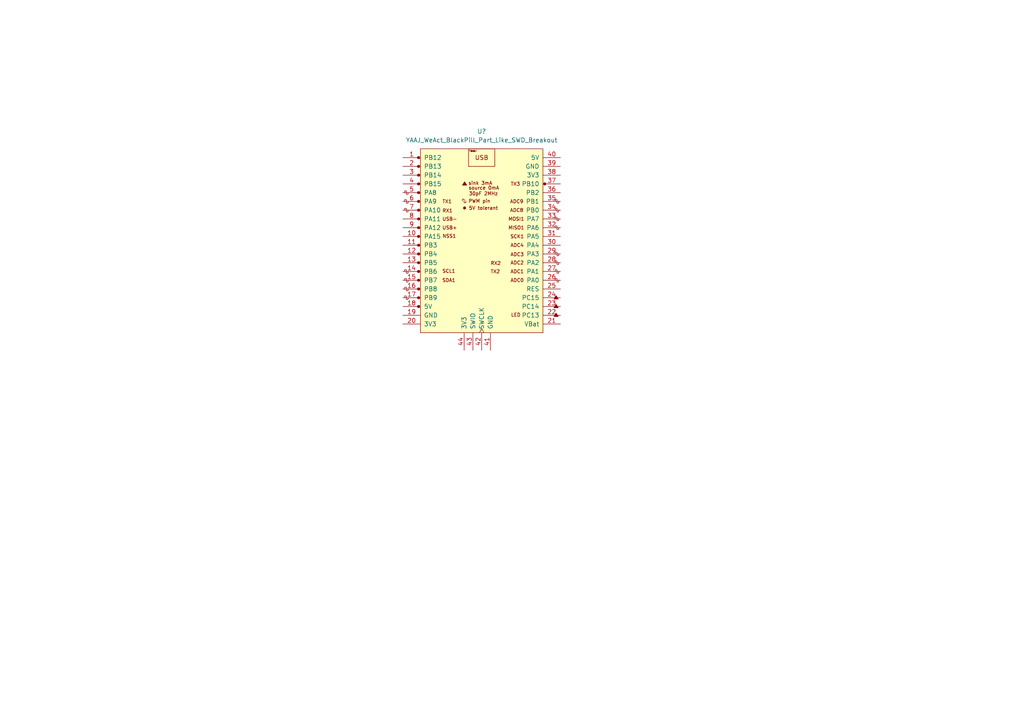
<source format=kicad_sch>
(kicad_sch (version 20211123) (generator eeschema)
  (paper "A4")
  (lib_symbols
    (symbol "YAAJ_WeAct_BlackPill_Part_Like_SWD_Breakout:YAAJ_WeAct_BlackPill_Part_Like_SWD_Breakout" (pin_names (offset 1.016))
      (property "Reference" "U" (at -17.526 27.94 0))
      (property "Value" "YAAJ_WeAct_BlackPill_Part_Like_SWD_Breakout" (at 9.144 27.94 0))
      (symbol "YAAJ_WeAct_BlackPill_Part_Like_SWD_Breakout_0_0"
        (circle (center -18.288 -20.32) (radius 0.3556) (fill (type outline)))
        (circle (center -18.288 -17.78) (radius 0.3556) (fill (type outline)))
        (circle (center -18.288 -15.24) (radius 0.3556) (fill (type outline)))
        (circle (center -18.288 -12.7) (radius 0.3556) (fill (type outline)))
        (circle (center -18.288 -10.16) (radius 0.3556) (fill (type outline)))
        (circle (center -18.288 -7.62) (radius 0.3556) (fill (type outline)))
        (circle (center -18.288 -5.08) (radius 0.3556) (fill (type outline)))
        (circle (center -18.288 -2.54) (radius 0.3556) (fill (type outline)))
        (circle (center -18.288 0) (radius 0.3556) (fill (type outline)))
        (circle (center -18.288 2.54) (radius 0.3556) (fill (type outline)))
        (circle (center -18.288 5.08) (radius 0.3556) (fill (type outline)))
        (circle (center -18.288 7.62) (radius 0.3556) (fill (type outline)))
        (circle (center -18.288 10.16) (radius 0.3556) (fill (type outline)))
        (circle (center -18.288 12.7) (radius 0.3556) (fill (type outline)))
        (circle (center -18.288 15.24) (radius 0.3556) (fill (type outline)))
        (circle (center -18.288 17.78) (radius 0.3556) (fill (type outline)))
        (circle (center -18.288 22.86) (radius 0.3556) (fill (type outline)))
        (circle (center -4.953 8.255) (radius 0.127) (fill (type outline)))
        (circle (center -4.953 8.255) (radius 0.254))
        (circle (center -4.953 8.255) (radius 0.3556))
        (polyline (pts (xy -5.588 14.859) (xy -4.953 15.875) (xy -4.318 14.859) (xy -5.588 14.859) (xy -4.953 15.748) (xy -4.445 14.859) (xy -5.461 14.986) (xy -4.953 15.621) (xy -4.572 14.859) (xy -5.334 15.113) (xy -4.826 15.494) (xy -4.699 14.859) (xy -5.207 15.24) (xy -4.699 15.367) (xy -4.826 14.986) (xy -5.08 15.24) (xy -4.826 15.113) (xy -4.953 15.367)))
        (polyline (pts (xy 20.955 -23.241) (xy 21.59 -22.225) (xy 22.225 -23.241) (xy 20.955 -23.241) (xy 21.59 -22.352) (xy 22.098 -23.241) (xy 21.082 -23.114) (xy 21.59 -22.479) (xy 21.971 -23.241) (xy 21.209 -22.987) (xy 21.717 -22.606) (xy 21.844 -23.241) (xy 21.336 -22.86) (xy 21.844 -22.733) (xy 21.717 -23.114) (xy 21.463 -22.86) (xy 21.717 -22.987) (xy 21.59 -22.733)))
        (polyline (pts (xy 20.955 -20.701) (xy 21.59 -19.685) (xy 22.225 -20.701) (xy 20.955 -20.701) (xy 21.59 -19.812) (xy 22.098 -20.701) (xy 21.082 -20.574) (xy 21.59 -19.939) (xy 21.971 -20.701) (xy 21.209 -20.447) (xy 21.717 -20.066) (xy 21.844 -20.701) (xy 21.336 -20.32) (xy 21.844 -20.193) (xy 21.717 -20.574) (xy 21.463 -20.32) (xy 21.717 -20.447) (xy 21.59 -20.193)))
        (polyline (pts (xy 20.955 -18.161) (xy 21.59 -17.145) (xy 22.225 -18.161) (xy 20.955 -18.161) (xy 21.59 -17.272) (xy 22.098 -18.161) (xy 21.082 -18.034) (xy 21.59 -17.399) (xy 21.971 -18.161) (xy 21.209 -17.907) (xy 21.717 -17.526) (xy 21.844 -18.161) (xy 21.336 -17.78) (xy 21.844 -17.653) (xy 21.717 -18.034) (xy 21.463 -17.78) (xy 21.717 -17.907) (xy 21.59 -17.653)))
        (circle (center 18.288 15.24) (radius 0.254) (fill (type outline)))
        (circle (center 18.288 15.24) (radius 0.3556))
        (text "30pF 2MHz" (at 0.508 12.446 0) (effects (font (size 0.9906 0.9906))))
        (text "5V tolerant" (at 0.508 8.255 0) (effects (font (size 0.9906 0.9906))))
        (text "ADC0" (at 10.287 -12.7 0) (effects (font (size 0.9906 0.9906))))
        (text "ADC1" (at 10.287 -10.16 0) (effects (font (size 0.9906 0.9906))))
        (text "ADC2" (at 10.287 -7.62 0) (effects (font (size 0.9906 0.9906))))
        (text "ADC3" (at 10.287 -5.207 0) (effects (font (size 0.9906 0.9906))))
        (text "ADC4" (at 10.287 -2.54 0) (effects (font (size 0.9906 0.9906))))
        (text "ADC8" (at 10.16 7.62 0) (effects (font (size 0.9906 0.9906))))
        (text "ADC9" (at 10.16 10.16 0) (effects (font (size 0.9906 0.9906))))
        (text "LED" (at 9.906 -22.733 0) (effects (font (size 0.9906 0.9906))))
        (text "MISO1" (at 10.033 2.54 0) (effects (font (size 0.9906 0.9906))))
        (text "MOSI1" (at 10.033 5.08 0) (effects (font (size 0.9906 0.9906))))
        (text "NSS1" (at -9.398 0.127 0) (effects (font (size 0.9906 0.9906))))
        (text "PWM pin" (at -0.635 10.287 0) (effects (font (size 0.9906 0.9906))))
        (text "RX1" (at -9.906 7.493 0) (effects (font (size 0.9906 0.9906))))
        (text "RX2" (at 4.064 -7.747 0) (effects (font (size 0.9906 0.9906))))
        (text "SCK1" (at 10.287 0 0) (effects (font (size 0.9906 0.9906))))
        (text "SCL1" (at -9.525 -10.033 0) (effects (font (size 0.9906 0.9906))))
        (text "SDA1" (at -9.525 -12.7 0) (effects (font (size 0.9906 0.9906))))
        (text "sink 3mA" (at -0.381 15.494 0) (effects (font (size 0.9906 0.9906))))
        (text "source 0mA" (at 0.635 14.097 0) (effects (font (size 0.9906 0.9906))))
        (text "TX1" (at -10.033 10.16 0) (effects (font (size 0.9906 0.9906))))
        (text "TX2" (at 3.937 -10.16 0) (effects (font (size 0.9906 0.9906))))
        (text "TX3" (at 9.779 15.24 0) (effects (font (size 0.9906 0.9906))))
        (text "USB" (at 0 22.86 0) (effects (font (size 1.27 1.27))))
        (text "USB+" (at -9.271 2.54 0) (effects (font (size 0.9906 0.9906))))
        (text "USB-" (at -9.271 5.08 0) (effects (font (size 0.9906 0.9906))))
        (text "Y@@J" (at -2.5654 24.8412 0) (effects (font (size 0.508 0.508))))
      )
      (symbol "YAAJ_WeAct_BlackPill_Part_Like_SWD_Breakout_0_1"
        (rectangle (start -17.78 25.4) (end 17.78 -27.94) (fill (type background)))
        (polyline (pts (xy -21.336 -17.78) (xy -21.336 -18.288) (xy -21.844 -18.288) (xy -21.844 -17.272) (xy -22.352 -17.272) (xy -22.352 -17.78)))
        (polyline (pts (xy -21.336 -15.24) (xy -21.336 -15.748) (xy -21.844 -15.748) (xy -21.844 -14.732) (xy -22.352 -14.732) (xy -22.352 -15.24)))
        (polyline (pts (xy -21.336 -12.7) (xy -21.336 -13.208) (xy -21.844 -13.208) (xy -21.844 -12.192) (xy -22.352 -12.192) (xy -22.352 -12.7)))
        (polyline (pts (xy -21.336 -10.16) (xy -21.336 -10.668) (xy -21.844 -10.668) (xy -21.844 -9.652) (xy -22.352 -9.652) (xy -22.352 -10.16)))
        (polyline (pts (xy -21.336 7.62) (xy -21.336 7.112) (xy -21.844 7.112) (xy -21.844 8.128) (xy -22.352 8.128) (xy -22.352 7.62)))
        (polyline (pts (xy -21.336 10.16) (xy -21.336 9.652) (xy -21.844 9.652) (xy -21.844 10.668) (xy -22.352 10.668) (xy -22.352 10.16)))
        (polyline (pts (xy -21.336 12.7) (xy -21.336 12.192) (xy -21.844 12.192) (xy -21.844 13.208) (xy -22.352 13.208) (xy -22.352 12.7)))
        (polyline (pts (xy -4.572 10.287) (xy -4.572 9.779) (xy -5.08 9.779) (xy -5.08 10.795) (xy -5.588 10.795) (xy -5.588 10.287)))
        (polyline (pts (xy 22.352 -12.7) (xy 22.352 -13.208) (xy 21.844 -13.208) (xy 21.844 -12.192) (xy 21.336 -12.192) (xy 21.336 -12.7)))
        (polyline (pts (xy 22.352 -10.16) (xy 22.352 -10.668) (xy 21.844 -10.668) (xy 21.844 -9.652) (xy 21.336 -9.652) (xy 21.336 -10.16)))
        (polyline (pts (xy 22.352 -7.62) (xy 22.352 -8.128) (xy 21.844 -8.128) (xy 21.844 -7.112) (xy 21.336 -7.112) (xy 21.336 -7.62)))
        (polyline (pts (xy 22.352 -5.08) (xy 22.352 -5.588) (xy 21.844 -5.588) (xy 21.844 -4.572) (xy 21.336 -4.572) (xy 21.336 -5.08)))
        (polyline (pts (xy 22.352 2.54) (xy 22.352 2.032) (xy 21.844 2.032) (xy 21.844 3.048) (xy 21.336 3.048) (xy 21.336 2.54)))
        (polyline (pts (xy 22.352 5.08) (xy 22.352 4.572) (xy 21.844 4.572) (xy 21.844 5.588) (xy 21.336 5.588) (xy 21.336 5.08)))
        (polyline (pts (xy 22.352 7.62) (xy 22.352 7.112) (xy 21.844 7.112) (xy 21.844 8.128) (xy 21.336 8.128) (xy 21.336 7.62)))
        (polyline (pts (xy 22.352 10.16) (xy 22.352 9.652) (xy 21.844 9.652) (xy 21.844 10.668) (xy 21.336 10.668) (xy 21.336 10.16)))
        (rectangle (start 3.81 25.4) (end -3.81 20.32))
      )
      (symbol "YAAJ_WeAct_BlackPill_Part_Like_SWD_Breakout_1_1"
        (circle (center -18.288 20.32) (radius 0.3556) (fill (type outline)))
        (pin bidirectional line (at -22.86 22.86 0) (length 5.08) (name "PB12") (number "1"))
        (pin bidirectional line (at -22.86 0 0) (length 5.08) (name "PA15") (number "10"))
        (pin bidirectional line (at -22.86 -2.54 0) (length 5.08) (name "PB3") (number "11"))
        (pin bidirectional line (at -22.86 -5.08 0) (length 5.08) (name "PB4") (number "12"))
        (pin bidirectional line (at -22.86 -7.62 0) (length 5.08) (name "PB5") (number "13"))
        (pin bidirectional line (at -22.86 -10.16 0) (length 5.08) (name "PB6") (number "14"))
        (pin bidirectional line (at -22.86 -12.7 0) (length 5.08) (name "PB7") (number "15"))
        (pin bidirectional line (at -22.86 -15.24 0) (length 5.08) (name "PB8") (number "16"))
        (pin bidirectional line (at -22.86 -17.78 0) (length 5.08) (name "PB9") (number "17"))
        (pin power_in line (at -22.86 -20.32 0) (length 5.08) (name "5V") (number "18"))
        (pin power_in line (at -22.86 -22.86 0) (length 5.08) (name "GND") (number "19"))
        (pin bidirectional line (at -22.86 20.32 0) (length 5.08) (name "PB13") (number "2"))
        (pin power_in line (at -22.86 -25.4 0) (length 5.08) (name "3V3") (number "20"))
        (pin power_in line (at 22.86 -25.4 180) (length 5.08) (name "VBat") (number "21"))
        (pin bidirectional line (at 22.86 -22.86 180) (length 5.08) (name "PC13") (number "22"))
        (pin bidirectional line (at 22.86 -20.32 180) (length 5.08) (name "PC14") (number "23"))
        (pin bidirectional line (at 22.86 -17.78 180) (length 5.08) (name "PC15") (number "24"))
        (pin input line (at 22.86 -15.24 180) (length 5.08) (name "RES") (number "25"))
        (pin bidirectional line (at 22.86 -12.7 180) (length 5.08) (name "PA0") (number "26"))
        (pin bidirectional line (at 22.86 -10.16 180) (length 5.08) (name "PA1") (number "27"))
        (pin bidirectional line (at 22.86 -7.62 180) (length 5.08) (name "PA2") (number "28"))
        (pin bidirectional line (at 22.86 -5.08 180) (length 5.08) (name "PA3") (number "29"))
        (pin bidirectional line (at -22.86 17.78 0) (length 5.08) (name "PB14") (number "3"))
        (pin bidirectional line (at 22.86 -2.54 180) (length 5.08) (name "PA4") (number "30"))
        (pin bidirectional line (at 22.86 0 180) (length 5.08) (name "PA5") (number "31"))
        (pin bidirectional line (at 22.86 2.54 180) (length 5.08) (name "PA6") (number "32"))
        (pin bidirectional line (at 22.86 5.08 180) (length 5.08) (name "PA7") (number "33"))
        (pin bidirectional line (at 22.86 7.62 180) (length 5.08) (name "PB0") (number "34"))
        (pin bidirectional line (at 22.86 10.16 180) (length 5.08) (name "PB1") (number "35"))
        (pin bidirectional line (at 22.86 12.7 180) (length 5.08) (name "PB2") (number "36"))
        (pin bidirectional line (at 22.86 15.24 180) (length 5.08) (name "PB10") (number "37"))
        (pin power_in line (at 22.86 17.78 180) (length 5.08) (name "3V3") (number "38"))
        (pin power_in line (at 22.86 20.32 180) (length 5.08) (name "GND") (number "39"))
        (pin bidirectional line (at -22.86 15.24 0) (length 5.08) (name "PB15") (number "4"))
        (pin power_in line (at 22.86 22.86 180) (length 5.08) (name "5V") (number "40"))
        (pin power_in line (at 2.54 -33.02 90) (length 5.08) (name "GND") (number "41"))
        (pin bidirectional clock (at 0 -33.02 90) (length 5.08) (name "SWCLK") (number "42"))
        (pin bidirectional line (at -2.54 -33.02 90) (length 5.08) (name "SWIO") (number "43"))
        (pin power_in line (at -5.08 -33.02 90) (length 5.08) (name "3V3") (number "44"))
        (pin bidirectional line (at -22.86 12.7 0) (length 5.08) (name "PA8") (number "5"))
        (pin bidirectional line (at -22.86 10.16 0) (length 5.08) (name "PA9") (number "6"))
        (pin bidirectional line (at -22.86 7.62 0) (length 5.08) (name "PA10") (number "7"))
        (pin bidirectional line (at -22.86 5.08 0) (length 5.08) (name "PA11") (number "8"))
        (pin bidirectional line (at -22.86 2.54 0) (length 5.08) (name "PA12") (number "9"))
      )
    )
  )
  (symbol (lib_id "YAAJ_WeAct_BlackPill_Part_Like_SWD_Breakout:YAAJ_WeAct_BlackPill_Part_Like_SWD_Breakout") (at 139.7 68.58 0) (unit 1)
    (property "Reference" "U?" (at 139.7 38.1 0))
    (property "Value" "YAAJ_WeAct_BlackPill_Part_Like_SWD_Breakout" (at 139.7 40.64 0))
    (property "Footprint" "Kicad-STM32:YAAJ_WeAct_BlackPill_SWD_2" (effects hide))
  )
)
</source>
